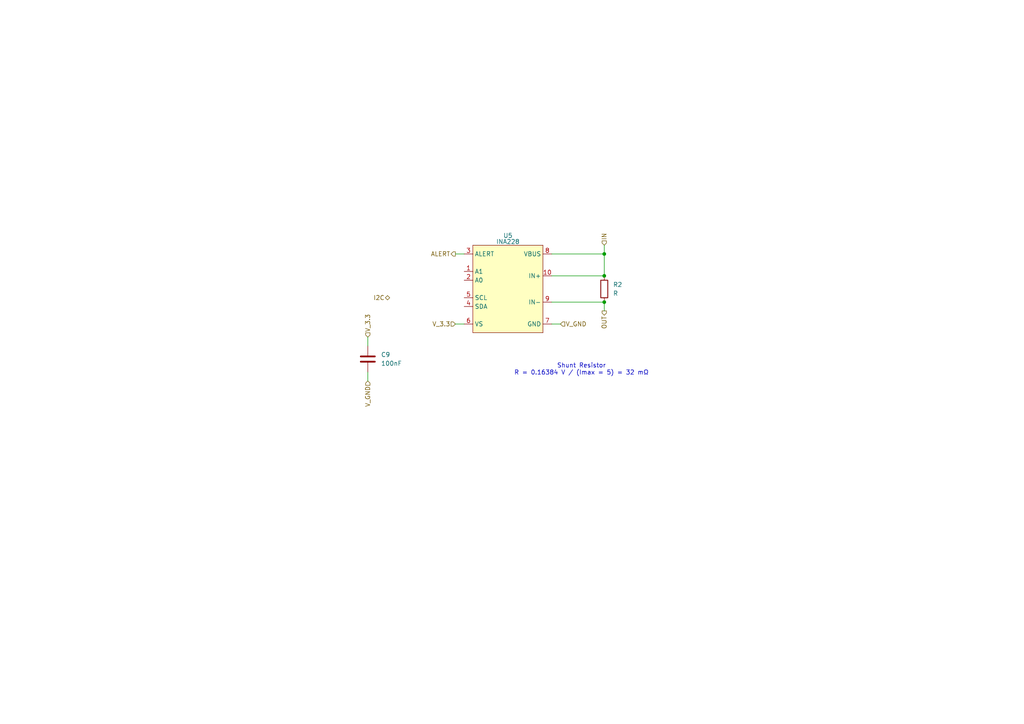
<source format=kicad_sch>
(kicad_sch (version 20231120) (generator "eeschema") (generator_version "8.0")
  (paper "A4")
  (lib_symbols
    (symbol "CUBESAT:INA228"
      (property "Reference" "U" (at 0 15.494 0))
      (property "Value" "INA228" (at 0 13.716 0))
      (symbol "INA228_0_0"
        (pin input line (at -12.7 5.08 0) (length 2.54) (name "A1") (number "1"))
        (pin input line (at 12.7 3.81 180) (length 2.54) (name "IN+") (number "10"))
        (pin input line (at -12.7 2.54 0) (length 2.54) (name "A0") (number "2"))
        (pin output line (at -12.7 10.16 0) (length 2.54) (name "ALERT") (number "3"))
        (pin bidirectional line (at -12.7 -5.08 0) (length 2.54) (name "SDA") (number "4"))
        (pin power_in line (at -12.7 -2.54 0) (length 2.54) (name "SCL") (number "5"))
        (pin power_in line (at -12.7 -10.16 0) (length 2.54) (name "VS") (number "6"))
        (pin power_in line (at 12.7 -10.16 180) (length 2.54) (name "GND") (number "7"))
        (pin input line (at 12.7 10.16 180) (length 2.54) (name "VBUS") (number "8"))
        (pin input line (at 12.7 -3.81 180) (length 2.54) (name "IN-") (number "9"))
      )
      (symbol "INA228_1_1"
        (rectangle (start -10.16 12.7) (end 10.16 -12.7) (fill (type background)))
      )
    )
    (symbol "Device:C" (pin_numbers hide) (pin_names (offset 0.254))
      (property "Reference" "C" (at 0.635 2.54 0))
      (property "Value" "C" (at 0.635 -2.54 0))
      (symbol "C_0_1"
        (polyline (pts (xy -2.032 -0.762) (xy 2.032 -0.762)) (stroke (width 0.508)))
        (polyline (pts (xy -2.032 0.762) (xy 2.032 0.762)) (stroke (width 0.508)))
      )
      (symbol "C_1_1"
        (pin passive line (at 0 3.81 270) (length 2.794) (name "~") (number "1"))
        (pin passive line (at 0 -3.81 90) (length 2.794) (name "~") (number "2"))
      )
    )
    (symbol "Device:R" (pin_numbers hide) (pin_names (offset 0))
      (property "Reference" "R" (at 2.032 0 90))
      (property "Value" "R" (at 0 0 90))
      (symbol "R_0_1"
        (rectangle (start -1.016 -2.54) (end 1.016 2.54) (stroke (width 0.254)))
      )
      (symbol "R_1_1"
        (pin passive line (at 0 3.81 270) (length 1.27) (name "~") (number "1"))
        (pin passive line (at 0 -3.81 90) (length 1.27) (name "~") (number "2"))
      )
    )
  )
  (junction (at 175.26 73.66))
  (junction (at 175.26 87.63))
  (junction (at 175.26 80.01))
  (wire (pts (xy 160.02 87.63) (xy 175.26 87.63)))
  (wire (pts (xy 132.08 93.98) (xy 134.62 93.98)))
  (wire (pts (xy 175.26 73.66) (xy 160.02 73.66)))
  (wire (pts (xy 160.02 80.01) (xy 175.26 80.01)))
  (wire (pts (xy 106.68 110.49) (xy 106.68 107.95)))
  (wire (pts (xy 175.26 73.66) (xy 175.26 80.01)))
  (wire (pts (xy 132.08 73.66) (xy 134.62 73.66)))
  (wire (pts (xy 175.26 87.63) (xy 175.26 90.17)))
  (wire (pts (xy 175.26 71.12) (xy 175.26 73.66)))
  (wire (pts (xy 106.68 100.33) (xy 106.68 97.79)))
  (wire (pts (xy 162.56 93.98) (xy 160.02 93.98)))
  (text "Shunt Resistor\nR = 0.16384 V / (Imax = 5) = 32 mΩ" (at 168.656 107.188 0) (effects (font (size 1.27 1.27))))
  (hierarchical_label "OUT" (shape output) (at 175.26 90.17 270))
  (hierarchical_label "V_3.3" (shape input) (at 106.68 97.79 90))
  (hierarchical_label "I2C" (shape bidirectional) (at 113.03 86.36 180))
  (hierarchical_label "V_3.3" (shape input) (at 132.08 93.98 180))
  (hierarchical_label "V_GND" (shape input) (at 162.56 93.98 0))
  (hierarchical_label "V_GND" (shape input) (at 106.68 110.49 270))
  (hierarchical_label "IN" (shape input) (at 175.26 71.12 90))
  (hierarchical_label "ALERT" (shape output) (at 132.08 73.66 180))
  (symbol (lib_id "CUBESAT:INA228") (at 147.32 83.82 0) (unit 1)
    (property "Reference" "U5" (at 147.32 68.326 0))
    (property "Value" "INA228" (at 147.32 70.104 0))
    (property "Datasheet" "https://www.ti.com/lit/ds/symlink/ina228.pdf" (effects (hide yes)))
    (property "Description" "INA228 85-V, 20-Bit, Ultra-Precise Power/Energy/Charge Monitor With I 2C Interface" (effects (hide yes)))
  )
  (symbol (lib_id "Device:R") (at 175.26 83.82 0) (unit 1)
    (property "Reference" "R2" (at 177.8 82.5499 0) (effects (justify left)))
    (property "Value" "R" (at 177.8 85.0899 0) (effects (justify left)))
    (property "Description" "Resistor" (effects (hide yes)))
  )
  (symbol (lib_id "Device:C") (at 106.68 104.14 0) (unit 1)
    (property "Reference" "C9" (at 110.49 102.8699 0) (effects (justify left)))
    (property "Value" "100nF" (at 110.49 105.4099 0) (effects (justify left)))
    (property "Description" "Unpolarized capacitor" (effects (hide yes)))
  )
)
</source>
